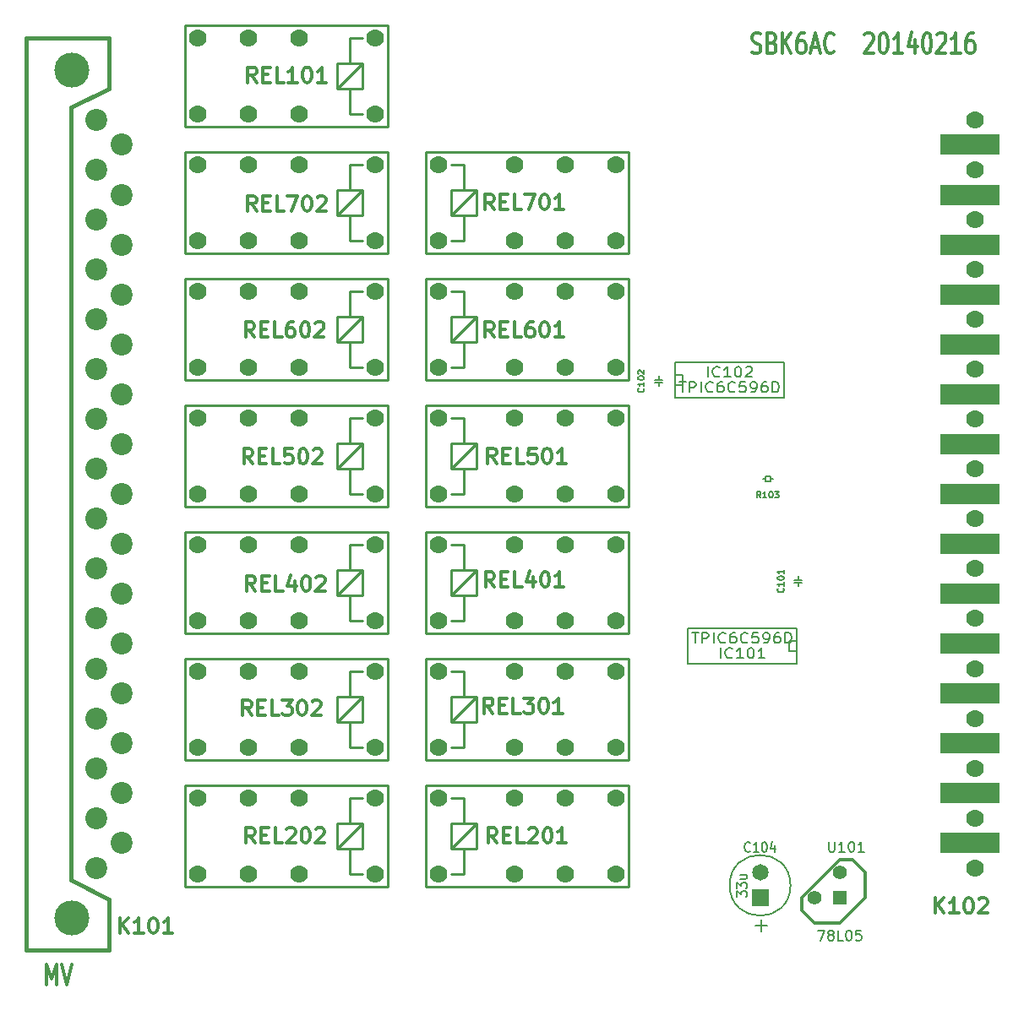
<source format=gto>
G04 #@! TF.GenerationSoftware,KiCad,Pcbnew,(6.0.7)*
G04 #@! TF.CreationDate,2024-05-12T15:56:34+02:00*
G04 #@! TF.ProjectId,sbk6ac,73626b36-6163-42e6-9b69-6361645f7063,0432 -*
G04 #@! TF.SameCoordinates,Original*
G04 #@! TF.FileFunction,Legend,Top*
G04 #@! TF.FilePolarity,Positive*
%FSLAX46Y46*%
G04 Gerber Fmt 4.6, Leading zero omitted, Abs format (unit mm)*
G04 Created by KiCad (PCBNEW (6.0.7)) date 2024-05-12 15:56:34*
%MOMM*%
%LPD*%
G01*
G04 APERTURE LIST*
%ADD10C,0.304800*%
%ADD11C,0.203200*%
%ADD12C,0.127000*%
%ADD13C,0.254000*%
%ADD14C,0.381000*%
%ADD15C,1.778000*%
%ADD16C,2.199640*%
%ADD17C,3.500120*%
%ADD18R,5.999480X1.998980*%
%ADD19R,1.397000X1.397000*%
%ADD20C,1.397000*%
%ADD21R,1.651000X1.651000*%
%ADD22C,1.651000*%
G04 APERTURE END LIST*
D10*
X139409714Y-57337476D02*
X139627428Y-57434238D01*
X139990285Y-57434238D01*
X140135428Y-57337476D01*
X140208000Y-57240714D01*
X140280571Y-57047190D01*
X140280571Y-56853666D01*
X140208000Y-56660142D01*
X140135428Y-56563380D01*
X139990285Y-56466619D01*
X139700000Y-56369857D01*
X139554857Y-56273095D01*
X139482285Y-56176333D01*
X139409714Y-55982809D01*
X139409714Y-55789285D01*
X139482285Y-55595761D01*
X139554857Y-55499000D01*
X139700000Y-55402238D01*
X140062857Y-55402238D01*
X140280571Y-55499000D01*
X141441714Y-56369857D02*
X141659428Y-56466619D01*
X141732000Y-56563380D01*
X141804571Y-56756904D01*
X141804571Y-57047190D01*
X141732000Y-57240714D01*
X141659428Y-57337476D01*
X141514285Y-57434238D01*
X140933714Y-57434238D01*
X140933714Y-55402238D01*
X141441714Y-55402238D01*
X141586857Y-55499000D01*
X141659428Y-55595761D01*
X141732000Y-55789285D01*
X141732000Y-55982809D01*
X141659428Y-56176333D01*
X141586857Y-56273095D01*
X141441714Y-56369857D01*
X140933714Y-56369857D01*
X142457714Y-57434238D02*
X142457714Y-55402238D01*
X143328571Y-57434238D02*
X142675428Y-56273095D01*
X143328571Y-55402238D02*
X142457714Y-56563380D01*
X144634857Y-55402238D02*
X144344571Y-55402238D01*
X144199428Y-55499000D01*
X144126857Y-55595761D01*
X143981714Y-55886047D01*
X143909142Y-56273095D01*
X143909142Y-57047190D01*
X143981714Y-57240714D01*
X144054285Y-57337476D01*
X144199428Y-57434238D01*
X144489714Y-57434238D01*
X144634857Y-57337476D01*
X144707428Y-57240714D01*
X144780000Y-57047190D01*
X144780000Y-56563380D01*
X144707428Y-56369857D01*
X144634857Y-56273095D01*
X144489714Y-56176333D01*
X144199428Y-56176333D01*
X144054285Y-56273095D01*
X143981714Y-56369857D01*
X143909142Y-56563380D01*
X145360571Y-56853666D02*
X146086285Y-56853666D01*
X145215428Y-57434238D02*
X145723428Y-55402238D01*
X146231428Y-57434238D01*
X147610285Y-57240714D02*
X147537714Y-57337476D01*
X147320000Y-57434238D01*
X147174857Y-57434238D01*
X146957142Y-57337476D01*
X146812000Y-57143952D01*
X146739428Y-56950428D01*
X146666857Y-56563380D01*
X146666857Y-56273095D01*
X146739428Y-55886047D01*
X146812000Y-55692523D01*
X146957142Y-55499000D01*
X147174857Y-55402238D01*
X147320000Y-55402238D01*
X147537714Y-55499000D01*
X147610285Y-55595761D01*
X68688857Y-150779238D02*
X68688857Y-148747238D01*
X69196857Y-150198666D01*
X69704857Y-148747238D01*
X69704857Y-150779238D01*
X70212857Y-148747238D02*
X70720857Y-150779238D01*
X71228857Y-148747238D01*
X150694571Y-55595761D02*
X150767142Y-55499000D01*
X150912285Y-55402238D01*
X151275142Y-55402238D01*
X151420285Y-55499000D01*
X151492857Y-55595761D01*
X151565428Y-55789285D01*
X151565428Y-55982809D01*
X151492857Y-56273095D01*
X150622000Y-57434238D01*
X151565428Y-57434238D01*
X152508857Y-55402238D02*
X152654000Y-55402238D01*
X152799142Y-55499000D01*
X152871714Y-55595761D01*
X152944285Y-55789285D01*
X153016857Y-56176333D01*
X153016857Y-56660142D01*
X152944285Y-57047190D01*
X152871714Y-57240714D01*
X152799142Y-57337476D01*
X152654000Y-57434238D01*
X152508857Y-57434238D01*
X152363714Y-57337476D01*
X152291142Y-57240714D01*
X152218571Y-57047190D01*
X152146000Y-56660142D01*
X152146000Y-56176333D01*
X152218571Y-55789285D01*
X152291142Y-55595761D01*
X152363714Y-55499000D01*
X152508857Y-55402238D01*
X154468285Y-57434238D02*
X153597428Y-57434238D01*
X154032857Y-57434238D02*
X154032857Y-55402238D01*
X153887714Y-55692523D01*
X153742571Y-55886047D01*
X153597428Y-55982809D01*
X155774571Y-56079571D02*
X155774571Y-57434238D01*
X155411714Y-55305476D02*
X155048857Y-56756904D01*
X155992285Y-56756904D01*
X156863142Y-55402238D02*
X157008285Y-55402238D01*
X157153428Y-55499000D01*
X157226000Y-55595761D01*
X157298571Y-55789285D01*
X157371142Y-56176333D01*
X157371142Y-56660142D01*
X157298571Y-57047190D01*
X157226000Y-57240714D01*
X157153428Y-57337476D01*
X157008285Y-57434238D01*
X156863142Y-57434238D01*
X156718000Y-57337476D01*
X156645428Y-57240714D01*
X156572857Y-57047190D01*
X156500285Y-56660142D01*
X156500285Y-56176333D01*
X156572857Y-55789285D01*
X156645428Y-55595761D01*
X156718000Y-55499000D01*
X156863142Y-55402238D01*
X157951714Y-55595761D02*
X158024285Y-55499000D01*
X158169428Y-55402238D01*
X158532285Y-55402238D01*
X158677428Y-55499000D01*
X158750000Y-55595761D01*
X158822571Y-55789285D01*
X158822571Y-55982809D01*
X158750000Y-56273095D01*
X157879142Y-57434238D01*
X158822571Y-57434238D01*
X160274000Y-57434238D02*
X159403142Y-57434238D01*
X159838571Y-57434238D02*
X159838571Y-55402238D01*
X159693428Y-55692523D01*
X159548285Y-55886047D01*
X159403142Y-55982809D01*
X161580285Y-55402238D02*
X161290000Y-55402238D01*
X161144857Y-55499000D01*
X161072285Y-55595761D01*
X160927142Y-55886047D01*
X160854571Y-56273095D01*
X160854571Y-57047190D01*
X160927142Y-57240714D01*
X160999714Y-57337476D01*
X161144857Y-57434238D01*
X161435142Y-57434238D01*
X161580285Y-57337476D01*
X161652857Y-57240714D01*
X161725428Y-57047190D01*
X161725428Y-56563380D01*
X161652857Y-56369857D01*
X161580285Y-56273095D01*
X161435142Y-56176333D01*
X161144857Y-56176333D01*
X160999714Y-56273095D01*
X160927142Y-56369857D01*
X160854571Y-56563380D01*
X113838285Y-136589428D02*
X113330285Y-135863714D01*
X112967428Y-136589428D02*
X112967428Y-135065428D01*
X113548000Y-135065428D01*
X113693142Y-135138000D01*
X113765714Y-135210571D01*
X113838285Y-135355714D01*
X113838285Y-135573428D01*
X113765714Y-135718571D01*
X113693142Y-135791142D01*
X113548000Y-135863714D01*
X112967428Y-135863714D01*
X114491428Y-135791142D02*
X114999428Y-135791142D01*
X115217142Y-136589428D02*
X114491428Y-136589428D01*
X114491428Y-135065428D01*
X115217142Y-135065428D01*
X116596000Y-136589428D02*
X115870285Y-136589428D01*
X115870285Y-135065428D01*
X117031428Y-135210571D02*
X117104000Y-135138000D01*
X117249142Y-135065428D01*
X117612000Y-135065428D01*
X117757142Y-135138000D01*
X117829714Y-135210571D01*
X117902285Y-135355714D01*
X117902285Y-135500857D01*
X117829714Y-135718571D01*
X116958857Y-136589428D01*
X117902285Y-136589428D01*
X118845714Y-135065428D02*
X118990857Y-135065428D01*
X119136000Y-135138000D01*
X119208571Y-135210571D01*
X119281142Y-135355714D01*
X119353714Y-135646000D01*
X119353714Y-136008857D01*
X119281142Y-136299142D01*
X119208571Y-136444285D01*
X119136000Y-136516857D01*
X118990857Y-136589428D01*
X118845714Y-136589428D01*
X118700571Y-136516857D01*
X118628000Y-136444285D01*
X118555428Y-136299142D01*
X118482857Y-136008857D01*
X118482857Y-135646000D01*
X118555428Y-135355714D01*
X118628000Y-135210571D01*
X118700571Y-135138000D01*
X118845714Y-135065428D01*
X120805142Y-136589428D02*
X119934285Y-136589428D01*
X120369714Y-136589428D02*
X120369714Y-135065428D01*
X120224571Y-135283142D01*
X120079428Y-135428285D01*
X119934285Y-135500857D01*
X89588285Y-136589428D02*
X89080285Y-135863714D01*
X88717428Y-136589428D02*
X88717428Y-135065428D01*
X89298000Y-135065428D01*
X89443142Y-135138000D01*
X89515714Y-135210571D01*
X89588285Y-135355714D01*
X89588285Y-135573428D01*
X89515714Y-135718571D01*
X89443142Y-135791142D01*
X89298000Y-135863714D01*
X88717428Y-135863714D01*
X90241428Y-135791142D02*
X90749428Y-135791142D01*
X90967142Y-136589428D02*
X90241428Y-136589428D01*
X90241428Y-135065428D01*
X90967142Y-135065428D01*
X92346000Y-136589428D02*
X91620285Y-136589428D01*
X91620285Y-135065428D01*
X92781428Y-135210571D02*
X92854000Y-135138000D01*
X92999142Y-135065428D01*
X93362000Y-135065428D01*
X93507142Y-135138000D01*
X93579714Y-135210571D01*
X93652285Y-135355714D01*
X93652285Y-135500857D01*
X93579714Y-135718571D01*
X92708857Y-136589428D01*
X93652285Y-136589428D01*
X94595714Y-135065428D02*
X94740857Y-135065428D01*
X94886000Y-135138000D01*
X94958571Y-135210571D01*
X95031142Y-135355714D01*
X95103714Y-135646000D01*
X95103714Y-136008857D01*
X95031142Y-136299142D01*
X94958571Y-136444285D01*
X94886000Y-136516857D01*
X94740857Y-136589428D01*
X94595714Y-136589428D01*
X94450571Y-136516857D01*
X94378000Y-136444285D01*
X94305428Y-136299142D01*
X94232857Y-136008857D01*
X94232857Y-135646000D01*
X94305428Y-135355714D01*
X94378000Y-135210571D01*
X94450571Y-135138000D01*
X94595714Y-135065428D01*
X95684285Y-135210571D02*
X95756857Y-135138000D01*
X95902000Y-135065428D01*
X96264857Y-135065428D01*
X96410000Y-135138000D01*
X96482571Y-135210571D01*
X96555142Y-135355714D01*
X96555142Y-135500857D01*
X96482571Y-135718571D01*
X95611714Y-136589428D01*
X96555142Y-136589428D01*
X76073714Y-145639428D02*
X76073714Y-144115428D01*
X76944571Y-145639428D02*
X76291428Y-144768571D01*
X76944571Y-144115428D02*
X76073714Y-144986285D01*
X78396000Y-145639428D02*
X77525142Y-145639428D01*
X77960571Y-145639428D02*
X77960571Y-144115428D01*
X77815428Y-144333142D01*
X77670285Y-144478285D01*
X77525142Y-144550857D01*
X79339428Y-144115428D02*
X79484571Y-144115428D01*
X79629714Y-144188000D01*
X79702285Y-144260571D01*
X79774857Y-144405714D01*
X79847428Y-144696000D01*
X79847428Y-145058857D01*
X79774857Y-145349142D01*
X79702285Y-145494285D01*
X79629714Y-145566857D01*
X79484571Y-145639428D01*
X79339428Y-145639428D01*
X79194285Y-145566857D01*
X79121714Y-145494285D01*
X79049142Y-145349142D01*
X78976571Y-145058857D01*
X78976571Y-144696000D01*
X79049142Y-144405714D01*
X79121714Y-144260571D01*
X79194285Y-144188000D01*
X79339428Y-144115428D01*
X81298857Y-145639428D02*
X80428000Y-145639428D01*
X80863428Y-145639428D02*
X80863428Y-144115428D01*
X80718285Y-144333142D01*
X80573142Y-144478285D01*
X80428000Y-144550857D01*
X157773714Y-143639428D02*
X157773714Y-142115428D01*
X158644571Y-143639428D02*
X157991428Y-142768571D01*
X158644571Y-142115428D02*
X157773714Y-142986285D01*
X160096000Y-143639428D02*
X159225142Y-143639428D01*
X159660571Y-143639428D02*
X159660571Y-142115428D01*
X159515428Y-142333142D01*
X159370285Y-142478285D01*
X159225142Y-142550857D01*
X161039428Y-142115428D02*
X161184571Y-142115428D01*
X161329714Y-142188000D01*
X161402285Y-142260571D01*
X161474857Y-142405714D01*
X161547428Y-142696000D01*
X161547428Y-143058857D01*
X161474857Y-143349142D01*
X161402285Y-143494285D01*
X161329714Y-143566857D01*
X161184571Y-143639428D01*
X161039428Y-143639428D01*
X160894285Y-143566857D01*
X160821714Y-143494285D01*
X160749142Y-143349142D01*
X160676571Y-143058857D01*
X160676571Y-142696000D01*
X160749142Y-142405714D01*
X160821714Y-142260571D01*
X160894285Y-142188000D01*
X161039428Y-142115428D01*
X162128000Y-142260571D02*
X162200571Y-142188000D01*
X162345714Y-142115428D01*
X162708571Y-142115428D01*
X162853714Y-142188000D01*
X162926285Y-142260571D01*
X162998857Y-142405714D01*
X162998857Y-142550857D01*
X162926285Y-142768571D01*
X162055428Y-143639428D01*
X162998857Y-143639428D01*
X113438285Y-123589428D02*
X112930285Y-122863714D01*
X112567428Y-123589428D02*
X112567428Y-122065428D01*
X113148000Y-122065428D01*
X113293142Y-122138000D01*
X113365714Y-122210571D01*
X113438285Y-122355714D01*
X113438285Y-122573428D01*
X113365714Y-122718571D01*
X113293142Y-122791142D01*
X113148000Y-122863714D01*
X112567428Y-122863714D01*
X114091428Y-122791142D02*
X114599428Y-122791142D01*
X114817142Y-123589428D02*
X114091428Y-123589428D01*
X114091428Y-122065428D01*
X114817142Y-122065428D01*
X116196000Y-123589428D02*
X115470285Y-123589428D01*
X115470285Y-122065428D01*
X116558857Y-122065428D02*
X117502285Y-122065428D01*
X116994285Y-122646000D01*
X117212000Y-122646000D01*
X117357142Y-122718571D01*
X117429714Y-122791142D01*
X117502285Y-122936285D01*
X117502285Y-123299142D01*
X117429714Y-123444285D01*
X117357142Y-123516857D01*
X117212000Y-123589428D01*
X116776571Y-123589428D01*
X116631428Y-123516857D01*
X116558857Y-123444285D01*
X118445714Y-122065428D02*
X118590857Y-122065428D01*
X118736000Y-122138000D01*
X118808571Y-122210571D01*
X118881142Y-122355714D01*
X118953714Y-122646000D01*
X118953714Y-123008857D01*
X118881142Y-123299142D01*
X118808571Y-123444285D01*
X118736000Y-123516857D01*
X118590857Y-123589428D01*
X118445714Y-123589428D01*
X118300571Y-123516857D01*
X118228000Y-123444285D01*
X118155428Y-123299142D01*
X118082857Y-123008857D01*
X118082857Y-122646000D01*
X118155428Y-122355714D01*
X118228000Y-122210571D01*
X118300571Y-122138000D01*
X118445714Y-122065428D01*
X120405142Y-123589428D02*
X119534285Y-123589428D01*
X119969714Y-123589428D02*
X119969714Y-122065428D01*
X119824571Y-122283142D01*
X119679428Y-122428285D01*
X119534285Y-122500857D01*
X89238285Y-123789428D02*
X88730285Y-123063714D01*
X88367428Y-123789428D02*
X88367428Y-122265428D01*
X88948000Y-122265428D01*
X89093142Y-122338000D01*
X89165714Y-122410571D01*
X89238285Y-122555714D01*
X89238285Y-122773428D01*
X89165714Y-122918571D01*
X89093142Y-122991142D01*
X88948000Y-123063714D01*
X88367428Y-123063714D01*
X89891428Y-122991142D02*
X90399428Y-122991142D01*
X90617142Y-123789428D02*
X89891428Y-123789428D01*
X89891428Y-122265428D01*
X90617142Y-122265428D01*
X91996000Y-123789428D02*
X91270285Y-123789428D01*
X91270285Y-122265428D01*
X92358857Y-122265428D02*
X93302285Y-122265428D01*
X92794285Y-122846000D01*
X93012000Y-122846000D01*
X93157142Y-122918571D01*
X93229714Y-122991142D01*
X93302285Y-123136285D01*
X93302285Y-123499142D01*
X93229714Y-123644285D01*
X93157142Y-123716857D01*
X93012000Y-123789428D01*
X92576571Y-123789428D01*
X92431428Y-123716857D01*
X92358857Y-123644285D01*
X94245714Y-122265428D02*
X94390857Y-122265428D01*
X94536000Y-122338000D01*
X94608571Y-122410571D01*
X94681142Y-122555714D01*
X94753714Y-122846000D01*
X94753714Y-123208857D01*
X94681142Y-123499142D01*
X94608571Y-123644285D01*
X94536000Y-123716857D01*
X94390857Y-123789428D01*
X94245714Y-123789428D01*
X94100571Y-123716857D01*
X94028000Y-123644285D01*
X93955428Y-123499142D01*
X93882857Y-123208857D01*
X93882857Y-122846000D01*
X93955428Y-122555714D01*
X94028000Y-122410571D01*
X94100571Y-122338000D01*
X94245714Y-122265428D01*
X95334285Y-122410571D02*
X95406857Y-122338000D01*
X95552000Y-122265428D01*
X95914857Y-122265428D01*
X96060000Y-122338000D01*
X96132571Y-122410571D01*
X96205142Y-122555714D01*
X96205142Y-122700857D01*
X96132571Y-122918571D01*
X95261714Y-123789428D01*
X96205142Y-123789428D01*
X113588285Y-110939428D02*
X113080285Y-110213714D01*
X112717428Y-110939428D02*
X112717428Y-109415428D01*
X113298000Y-109415428D01*
X113443142Y-109488000D01*
X113515714Y-109560571D01*
X113588285Y-109705714D01*
X113588285Y-109923428D01*
X113515714Y-110068571D01*
X113443142Y-110141142D01*
X113298000Y-110213714D01*
X112717428Y-110213714D01*
X114241428Y-110141142D02*
X114749428Y-110141142D01*
X114967142Y-110939428D02*
X114241428Y-110939428D01*
X114241428Y-109415428D01*
X114967142Y-109415428D01*
X116346000Y-110939428D02*
X115620285Y-110939428D01*
X115620285Y-109415428D01*
X117507142Y-109923428D02*
X117507142Y-110939428D01*
X117144285Y-109342857D02*
X116781428Y-110431428D01*
X117724857Y-110431428D01*
X118595714Y-109415428D02*
X118740857Y-109415428D01*
X118886000Y-109488000D01*
X118958571Y-109560571D01*
X119031142Y-109705714D01*
X119103714Y-109996000D01*
X119103714Y-110358857D01*
X119031142Y-110649142D01*
X118958571Y-110794285D01*
X118886000Y-110866857D01*
X118740857Y-110939428D01*
X118595714Y-110939428D01*
X118450571Y-110866857D01*
X118378000Y-110794285D01*
X118305428Y-110649142D01*
X118232857Y-110358857D01*
X118232857Y-109996000D01*
X118305428Y-109705714D01*
X118378000Y-109560571D01*
X118450571Y-109488000D01*
X118595714Y-109415428D01*
X120555142Y-110939428D02*
X119684285Y-110939428D01*
X120119714Y-110939428D02*
X120119714Y-109415428D01*
X119974571Y-109633142D01*
X119829428Y-109778285D01*
X119684285Y-109850857D01*
X89638285Y-111339428D02*
X89130285Y-110613714D01*
X88767428Y-111339428D02*
X88767428Y-109815428D01*
X89348000Y-109815428D01*
X89493142Y-109888000D01*
X89565714Y-109960571D01*
X89638285Y-110105714D01*
X89638285Y-110323428D01*
X89565714Y-110468571D01*
X89493142Y-110541142D01*
X89348000Y-110613714D01*
X88767428Y-110613714D01*
X90291428Y-110541142D02*
X90799428Y-110541142D01*
X91017142Y-111339428D02*
X90291428Y-111339428D01*
X90291428Y-109815428D01*
X91017142Y-109815428D01*
X92396000Y-111339428D02*
X91670285Y-111339428D01*
X91670285Y-109815428D01*
X93557142Y-110323428D02*
X93557142Y-111339428D01*
X93194285Y-109742857D02*
X92831428Y-110831428D01*
X93774857Y-110831428D01*
X94645714Y-109815428D02*
X94790857Y-109815428D01*
X94936000Y-109888000D01*
X95008571Y-109960571D01*
X95081142Y-110105714D01*
X95153714Y-110396000D01*
X95153714Y-110758857D01*
X95081142Y-111049142D01*
X95008571Y-111194285D01*
X94936000Y-111266857D01*
X94790857Y-111339428D01*
X94645714Y-111339428D01*
X94500571Y-111266857D01*
X94428000Y-111194285D01*
X94355428Y-111049142D01*
X94282857Y-110758857D01*
X94282857Y-110396000D01*
X94355428Y-110105714D01*
X94428000Y-109960571D01*
X94500571Y-109888000D01*
X94645714Y-109815428D01*
X95734285Y-109960571D02*
X95806857Y-109888000D01*
X95952000Y-109815428D01*
X96314857Y-109815428D01*
X96460000Y-109888000D01*
X96532571Y-109960571D01*
X96605142Y-110105714D01*
X96605142Y-110250857D01*
X96532571Y-110468571D01*
X95661714Y-111339428D01*
X96605142Y-111339428D01*
X113788285Y-98539428D02*
X113280285Y-97813714D01*
X112917428Y-98539428D02*
X112917428Y-97015428D01*
X113498000Y-97015428D01*
X113643142Y-97088000D01*
X113715714Y-97160571D01*
X113788285Y-97305714D01*
X113788285Y-97523428D01*
X113715714Y-97668571D01*
X113643142Y-97741142D01*
X113498000Y-97813714D01*
X112917428Y-97813714D01*
X114441428Y-97741142D02*
X114949428Y-97741142D01*
X115167142Y-98539428D02*
X114441428Y-98539428D01*
X114441428Y-97015428D01*
X115167142Y-97015428D01*
X116546000Y-98539428D02*
X115820285Y-98539428D01*
X115820285Y-97015428D01*
X117779714Y-97015428D02*
X117054000Y-97015428D01*
X116981428Y-97741142D01*
X117054000Y-97668571D01*
X117199142Y-97596000D01*
X117562000Y-97596000D01*
X117707142Y-97668571D01*
X117779714Y-97741142D01*
X117852285Y-97886285D01*
X117852285Y-98249142D01*
X117779714Y-98394285D01*
X117707142Y-98466857D01*
X117562000Y-98539428D01*
X117199142Y-98539428D01*
X117054000Y-98466857D01*
X116981428Y-98394285D01*
X118795714Y-97015428D02*
X118940857Y-97015428D01*
X119086000Y-97088000D01*
X119158571Y-97160571D01*
X119231142Y-97305714D01*
X119303714Y-97596000D01*
X119303714Y-97958857D01*
X119231142Y-98249142D01*
X119158571Y-98394285D01*
X119086000Y-98466857D01*
X118940857Y-98539428D01*
X118795714Y-98539428D01*
X118650571Y-98466857D01*
X118578000Y-98394285D01*
X118505428Y-98249142D01*
X118432857Y-97958857D01*
X118432857Y-97596000D01*
X118505428Y-97305714D01*
X118578000Y-97160571D01*
X118650571Y-97088000D01*
X118795714Y-97015428D01*
X120755142Y-98539428D02*
X119884285Y-98539428D01*
X120319714Y-98539428D02*
X120319714Y-97015428D01*
X120174571Y-97233142D01*
X120029428Y-97378285D01*
X119884285Y-97450857D01*
X89338285Y-98589428D02*
X88830285Y-97863714D01*
X88467428Y-98589428D02*
X88467428Y-97065428D01*
X89048000Y-97065428D01*
X89193142Y-97138000D01*
X89265714Y-97210571D01*
X89338285Y-97355714D01*
X89338285Y-97573428D01*
X89265714Y-97718571D01*
X89193142Y-97791142D01*
X89048000Y-97863714D01*
X88467428Y-97863714D01*
X89991428Y-97791142D02*
X90499428Y-97791142D01*
X90717142Y-98589428D02*
X89991428Y-98589428D01*
X89991428Y-97065428D01*
X90717142Y-97065428D01*
X92096000Y-98589428D02*
X91370285Y-98589428D01*
X91370285Y-97065428D01*
X93329714Y-97065428D02*
X92604000Y-97065428D01*
X92531428Y-97791142D01*
X92604000Y-97718571D01*
X92749142Y-97646000D01*
X93112000Y-97646000D01*
X93257142Y-97718571D01*
X93329714Y-97791142D01*
X93402285Y-97936285D01*
X93402285Y-98299142D01*
X93329714Y-98444285D01*
X93257142Y-98516857D01*
X93112000Y-98589428D01*
X92749142Y-98589428D01*
X92604000Y-98516857D01*
X92531428Y-98444285D01*
X94345714Y-97065428D02*
X94490857Y-97065428D01*
X94636000Y-97138000D01*
X94708571Y-97210571D01*
X94781142Y-97355714D01*
X94853714Y-97646000D01*
X94853714Y-98008857D01*
X94781142Y-98299142D01*
X94708571Y-98444285D01*
X94636000Y-98516857D01*
X94490857Y-98589428D01*
X94345714Y-98589428D01*
X94200571Y-98516857D01*
X94128000Y-98444285D01*
X94055428Y-98299142D01*
X93982857Y-98008857D01*
X93982857Y-97646000D01*
X94055428Y-97355714D01*
X94128000Y-97210571D01*
X94200571Y-97138000D01*
X94345714Y-97065428D01*
X95434285Y-97210571D02*
X95506857Y-97138000D01*
X95652000Y-97065428D01*
X96014857Y-97065428D01*
X96160000Y-97138000D01*
X96232571Y-97210571D01*
X96305142Y-97355714D01*
X96305142Y-97500857D01*
X96232571Y-97718571D01*
X95361714Y-98589428D01*
X96305142Y-98589428D01*
X113538285Y-85889428D02*
X113030285Y-85163714D01*
X112667428Y-85889428D02*
X112667428Y-84365428D01*
X113248000Y-84365428D01*
X113393142Y-84438000D01*
X113465714Y-84510571D01*
X113538285Y-84655714D01*
X113538285Y-84873428D01*
X113465714Y-85018571D01*
X113393142Y-85091142D01*
X113248000Y-85163714D01*
X112667428Y-85163714D01*
X114191428Y-85091142D02*
X114699428Y-85091142D01*
X114917142Y-85889428D02*
X114191428Y-85889428D01*
X114191428Y-84365428D01*
X114917142Y-84365428D01*
X116296000Y-85889428D02*
X115570285Y-85889428D01*
X115570285Y-84365428D01*
X117457142Y-84365428D02*
X117166857Y-84365428D01*
X117021714Y-84438000D01*
X116949142Y-84510571D01*
X116804000Y-84728285D01*
X116731428Y-85018571D01*
X116731428Y-85599142D01*
X116804000Y-85744285D01*
X116876571Y-85816857D01*
X117021714Y-85889428D01*
X117312000Y-85889428D01*
X117457142Y-85816857D01*
X117529714Y-85744285D01*
X117602285Y-85599142D01*
X117602285Y-85236285D01*
X117529714Y-85091142D01*
X117457142Y-85018571D01*
X117312000Y-84946000D01*
X117021714Y-84946000D01*
X116876571Y-85018571D01*
X116804000Y-85091142D01*
X116731428Y-85236285D01*
X118545714Y-84365428D02*
X118690857Y-84365428D01*
X118836000Y-84438000D01*
X118908571Y-84510571D01*
X118981142Y-84655714D01*
X119053714Y-84946000D01*
X119053714Y-85308857D01*
X118981142Y-85599142D01*
X118908571Y-85744285D01*
X118836000Y-85816857D01*
X118690857Y-85889428D01*
X118545714Y-85889428D01*
X118400571Y-85816857D01*
X118328000Y-85744285D01*
X118255428Y-85599142D01*
X118182857Y-85308857D01*
X118182857Y-84946000D01*
X118255428Y-84655714D01*
X118328000Y-84510571D01*
X118400571Y-84438000D01*
X118545714Y-84365428D01*
X120505142Y-85889428D02*
X119634285Y-85889428D01*
X120069714Y-85889428D02*
X120069714Y-84365428D01*
X119924571Y-84583142D01*
X119779428Y-84728285D01*
X119634285Y-84800857D01*
X89738285Y-73239428D02*
X89230285Y-72513714D01*
X88867428Y-73239428D02*
X88867428Y-71715428D01*
X89448000Y-71715428D01*
X89593142Y-71788000D01*
X89665714Y-71860571D01*
X89738285Y-72005714D01*
X89738285Y-72223428D01*
X89665714Y-72368571D01*
X89593142Y-72441142D01*
X89448000Y-72513714D01*
X88867428Y-72513714D01*
X90391428Y-72441142D02*
X90899428Y-72441142D01*
X91117142Y-73239428D02*
X90391428Y-73239428D01*
X90391428Y-71715428D01*
X91117142Y-71715428D01*
X92496000Y-73239428D02*
X91770285Y-73239428D01*
X91770285Y-71715428D01*
X92858857Y-71715428D02*
X93874857Y-71715428D01*
X93221714Y-73239428D01*
X94745714Y-71715428D02*
X94890857Y-71715428D01*
X95036000Y-71788000D01*
X95108571Y-71860571D01*
X95181142Y-72005714D01*
X95253714Y-72296000D01*
X95253714Y-72658857D01*
X95181142Y-72949142D01*
X95108571Y-73094285D01*
X95036000Y-73166857D01*
X94890857Y-73239428D01*
X94745714Y-73239428D01*
X94600571Y-73166857D01*
X94528000Y-73094285D01*
X94455428Y-72949142D01*
X94382857Y-72658857D01*
X94382857Y-72296000D01*
X94455428Y-72005714D01*
X94528000Y-71860571D01*
X94600571Y-71788000D01*
X94745714Y-71715428D01*
X95834285Y-71860571D02*
X95906857Y-71788000D01*
X96052000Y-71715428D01*
X96414857Y-71715428D01*
X96560000Y-71788000D01*
X96632571Y-71860571D01*
X96705142Y-72005714D01*
X96705142Y-72150857D01*
X96632571Y-72368571D01*
X95761714Y-73239428D01*
X96705142Y-73239428D01*
X113538285Y-73089428D02*
X113030285Y-72363714D01*
X112667428Y-73089428D02*
X112667428Y-71565428D01*
X113248000Y-71565428D01*
X113393142Y-71638000D01*
X113465714Y-71710571D01*
X113538285Y-71855714D01*
X113538285Y-72073428D01*
X113465714Y-72218571D01*
X113393142Y-72291142D01*
X113248000Y-72363714D01*
X112667428Y-72363714D01*
X114191428Y-72291142D02*
X114699428Y-72291142D01*
X114917142Y-73089428D02*
X114191428Y-73089428D01*
X114191428Y-71565428D01*
X114917142Y-71565428D01*
X116296000Y-73089428D02*
X115570285Y-73089428D01*
X115570285Y-71565428D01*
X116658857Y-71565428D02*
X117674857Y-71565428D01*
X117021714Y-73089428D01*
X118545714Y-71565428D02*
X118690857Y-71565428D01*
X118836000Y-71638000D01*
X118908571Y-71710571D01*
X118981142Y-71855714D01*
X119053714Y-72146000D01*
X119053714Y-72508857D01*
X118981142Y-72799142D01*
X118908571Y-72944285D01*
X118836000Y-73016857D01*
X118690857Y-73089428D01*
X118545714Y-73089428D01*
X118400571Y-73016857D01*
X118328000Y-72944285D01*
X118255428Y-72799142D01*
X118182857Y-72508857D01*
X118182857Y-72146000D01*
X118255428Y-71855714D01*
X118328000Y-71710571D01*
X118400571Y-71638000D01*
X118545714Y-71565428D01*
X120505142Y-73089428D02*
X119634285Y-73089428D01*
X120069714Y-73089428D02*
X120069714Y-71565428D01*
X119924571Y-71783142D01*
X119779428Y-71928285D01*
X119634285Y-72000857D01*
X89538285Y-85889428D02*
X89030285Y-85163714D01*
X88667428Y-85889428D02*
X88667428Y-84365428D01*
X89248000Y-84365428D01*
X89393142Y-84438000D01*
X89465714Y-84510571D01*
X89538285Y-84655714D01*
X89538285Y-84873428D01*
X89465714Y-85018571D01*
X89393142Y-85091142D01*
X89248000Y-85163714D01*
X88667428Y-85163714D01*
X90191428Y-85091142D02*
X90699428Y-85091142D01*
X90917142Y-85889428D02*
X90191428Y-85889428D01*
X90191428Y-84365428D01*
X90917142Y-84365428D01*
X92296000Y-85889428D02*
X91570285Y-85889428D01*
X91570285Y-84365428D01*
X93457142Y-84365428D02*
X93166857Y-84365428D01*
X93021714Y-84438000D01*
X92949142Y-84510571D01*
X92804000Y-84728285D01*
X92731428Y-85018571D01*
X92731428Y-85599142D01*
X92804000Y-85744285D01*
X92876571Y-85816857D01*
X93021714Y-85889428D01*
X93312000Y-85889428D01*
X93457142Y-85816857D01*
X93529714Y-85744285D01*
X93602285Y-85599142D01*
X93602285Y-85236285D01*
X93529714Y-85091142D01*
X93457142Y-85018571D01*
X93312000Y-84946000D01*
X93021714Y-84946000D01*
X92876571Y-85018571D01*
X92804000Y-85091142D01*
X92731428Y-85236285D01*
X94545714Y-84365428D02*
X94690857Y-84365428D01*
X94836000Y-84438000D01*
X94908571Y-84510571D01*
X94981142Y-84655714D01*
X95053714Y-84946000D01*
X95053714Y-85308857D01*
X94981142Y-85599142D01*
X94908571Y-85744285D01*
X94836000Y-85816857D01*
X94690857Y-85889428D01*
X94545714Y-85889428D01*
X94400571Y-85816857D01*
X94328000Y-85744285D01*
X94255428Y-85599142D01*
X94182857Y-85308857D01*
X94182857Y-84946000D01*
X94255428Y-84655714D01*
X94328000Y-84510571D01*
X94400571Y-84438000D01*
X94545714Y-84365428D01*
X95634285Y-84510571D02*
X95706857Y-84438000D01*
X95852000Y-84365428D01*
X96214857Y-84365428D01*
X96360000Y-84438000D01*
X96432571Y-84510571D01*
X96505142Y-84655714D01*
X96505142Y-84800857D01*
X96432571Y-85018571D01*
X95561714Y-85889428D01*
X96505142Y-85889428D01*
X89738285Y-60339428D02*
X89230285Y-59613714D01*
X88867428Y-60339428D02*
X88867428Y-58815428D01*
X89448000Y-58815428D01*
X89593142Y-58888000D01*
X89665714Y-58960571D01*
X89738285Y-59105714D01*
X89738285Y-59323428D01*
X89665714Y-59468571D01*
X89593142Y-59541142D01*
X89448000Y-59613714D01*
X88867428Y-59613714D01*
X90391428Y-59541142D02*
X90899428Y-59541142D01*
X91117142Y-60339428D02*
X90391428Y-60339428D01*
X90391428Y-58815428D01*
X91117142Y-58815428D01*
X92496000Y-60339428D02*
X91770285Y-60339428D01*
X91770285Y-58815428D01*
X93802285Y-60339428D02*
X92931428Y-60339428D01*
X93366857Y-60339428D02*
X93366857Y-58815428D01*
X93221714Y-59033142D01*
X93076571Y-59178285D01*
X92931428Y-59250857D01*
X94745714Y-58815428D02*
X94890857Y-58815428D01*
X95036000Y-58888000D01*
X95108571Y-58960571D01*
X95181142Y-59105714D01*
X95253714Y-59396000D01*
X95253714Y-59758857D01*
X95181142Y-60049142D01*
X95108571Y-60194285D01*
X95036000Y-60266857D01*
X94890857Y-60339428D01*
X94745714Y-60339428D01*
X94600571Y-60266857D01*
X94528000Y-60194285D01*
X94455428Y-60049142D01*
X94382857Y-59758857D01*
X94382857Y-59396000D01*
X94455428Y-59105714D01*
X94528000Y-58960571D01*
X94600571Y-58888000D01*
X94745714Y-58815428D01*
X96705142Y-60339428D02*
X95834285Y-60339428D01*
X96269714Y-60339428D02*
X96269714Y-58815428D01*
X96124571Y-59033142D01*
X95979428Y-59178285D01*
X95834285Y-59250857D01*
D11*
X147102285Y-136476619D02*
X147102285Y-137299095D01*
X147150666Y-137395857D01*
X147199047Y-137444238D01*
X147295809Y-137492619D01*
X147489333Y-137492619D01*
X147586095Y-137444238D01*
X147634476Y-137395857D01*
X147682857Y-137299095D01*
X147682857Y-136476619D01*
X148698857Y-137492619D02*
X148118285Y-137492619D01*
X148408571Y-137492619D02*
X148408571Y-136476619D01*
X148311809Y-136621761D01*
X148215047Y-136718523D01*
X148118285Y-136766904D01*
X149327809Y-136476619D02*
X149424571Y-136476619D01*
X149521333Y-136525000D01*
X149569714Y-136573380D01*
X149618095Y-136670142D01*
X149666476Y-136863666D01*
X149666476Y-137105571D01*
X149618095Y-137299095D01*
X149569714Y-137395857D01*
X149521333Y-137444238D01*
X149424571Y-137492619D01*
X149327809Y-137492619D01*
X149231047Y-137444238D01*
X149182666Y-137395857D01*
X149134285Y-137299095D01*
X149085904Y-137105571D01*
X149085904Y-136863666D01*
X149134285Y-136670142D01*
X149182666Y-136573380D01*
X149231047Y-136525000D01*
X149327809Y-136476619D01*
X150634095Y-137492619D02*
X150053523Y-137492619D01*
X150343809Y-137492619D02*
X150343809Y-136476619D01*
X150247047Y-136621761D01*
X150150285Y-136718523D01*
X150053523Y-136766904D01*
X146007666Y-145366619D02*
X146685000Y-145366619D01*
X146249571Y-146382619D01*
X147217190Y-145802047D02*
X147120428Y-145753666D01*
X147072047Y-145705285D01*
X147023666Y-145608523D01*
X147023666Y-145560142D01*
X147072047Y-145463380D01*
X147120428Y-145415000D01*
X147217190Y-145366619D01*
X147410714Y-145366619D01*
X147507476Y-145415000D01*
X147555857Y-145463380D01*
X147604238Y-145560142D01*
X147604238Y-145608523D01*
X147555857Y-145705285D01*
X147507476Y-145753666D01*
X147410714Y-145802047D01*
X147217190Y-145802047D01*
X147120428Y-145850428D01*
X147072047Y-145898809D01*
X147023666Y-145995571D01*
X147023666Y-146189095D01*
X147072047Y-146285857D01*
X147120428Y-146334238D01*
X147217190Y-146382619D01*
X147410714Y-146382619D01*
X147507476Y-146334238D01*
X147555857Y-146285857D01*
X147604238Y-146189095D01*
X147604238Y-145995571D01*
X147555857Y-145898809D01*
X147507476Y-145850428D01*
X147410714Y-145802047D01*
X148523476Y-146382619D02*
X148039666Y-146382619D01*
X148039666Y-145366619D01*
X149055666Y-145366619D02*
X149152428Y-145366619D01*
X149249190Y-145415000D01*
X149297571Y-145463380D01*
X149345952Y-145560142D01*
X149394333Y-145753666D01*
X149394333Y-145995571D01*
X149345952Y-146189095D01*
X149297571Y-146285857D01*
X149249190Y-146334238D01*
X149152428Y-146382619D01*
X149055666Y-146382619D01*
X148958904Y-146334238D01*
X148910523Y-146285857D01*
X148862142Y-146189095D01*
X148813761Y-145995571D01*
X148813761Y-145753666D01*
X148862142Y-145560142D01*
X148910523Y-145463380D01*
X148958904Y-145415000D01*
X149055666Y-145366619D01*
X150313571Y-145366619D02*
X149829761Y-145366619D01*
X149781380Y-145850428D01*
X149829761Y-145802047D01*
X149926523Y-145753666D01*
X150168428Y-145753666D01*
X150265190Y-145802047D01*
X150313571Y-145850428D01*
X150361952Y-145947190D01*
X150361952Y-146189095D01*
X150313571Y-146285857D01*
X150265190Y-146334238D01*
X150168428Y-146382619D01*
X149926523Y-146382619D01*
X149829761Y-146334238D01*
X149781380Y-146285857D01*
X139205166Y-137412857D02*
X139162833Y-137461238D01*
X139035833Y-137509619D01*
X138951166Y-137509619D01*
X138824166Y-137461238D01*
X138739500Y-137364476D01*
X138697166Y-137267714D01*
X138654833Y-137074190D01*
X138654833Y-136929047D01*
X138697166Y-136735523D01*
X138739500Y-136638761D01*
X138824166Y-136542000D01*
X138951166Y-136493619D01*
X139035833Y-136493619D01*
X139162833Y-136542000D01*
X139205166Y-136590380D01*
X140051833Y-137509619D02*
X139543833Y-137509619D01*
X139797833Y-137509619D02*
X139797833Y-136493619D01*
X139713166Y-136638761D01*
X139628500Y-136735523D01*
X139543833Y-136783904D01*
X140602166Y-136493619D02*
X140686833Y-136493619D01*
X140771500Y-136542000D01*
X140813833Y-136590380D01*
X140856166Y-136687142D01*
X140898500Y-136880666D01*
X140898500Y-137122571D01*
X140856166Y-137316095D01*
X140813833Y-137412857D01*
X140771500Y-137461238D01*
X140686833Y-137509619D01*
X140602166Y-137509619D01*
X140517500Y-137461238D01*
X140475166Y-137412857D01*
X140432833Y-137316095D01*
X140390500Y-137122571D01*
X140390500Y-136880666D01*
X140432833Y-136687142D01*
X140475166Y-136590380D01*
X140517500Y-136542000D01*
X140602166Y-136493619D01*
X141660500Y-136832285D02*
X141660500Y-137509619D01*
X141448833Y-136445238D02*
X141237166Y-137170952D01*
X141787500Y-137170952D01*
X137876159Y-141964833D02*
X137876159Y-141414500D01*
X138263206Y-141710833D01*
X138263206Y-141583833D01*
X138311587Y-141499166D01*
X138359968Y-141456833D01*
X138456730Y-141414500D01*
X138698635Y-141414500D01*
X138795397Y-141456833D01*
X138843778Y-141499166D01*
X138892159Y-141583833D01*
X138892159Y-141837833D01*
X138843778Y-141922500D01*
X138795397Y-141964833D01*
X137876159Y-141118166D02*
X137876159Y-140567833D01*
X138263206Y-140864166D01*
X138263206Y-140737166D01*
X138311587Y-140652500D01*
X138359968Y-140610166D01*
X138456730Y-140567833D01*
X138698635Y-140567833D01*
X138795397Y-140610166D01*
X138843778Y-140652500D01*
X138892159Y-140737166D01*
X138892159Y-140991166D01*
X138843778Y-141075833D01*
X138795397Y-141118166D01*
X138214825Y-139805833D02*
X138892159Y-139805833D01*
X138214825Y-140186833D02*
X138747016Y-140186833D01*
X138843778Y-140144500D01*
X138892159Y-140059833D01*
X138892159Y-139932833D01*
X138843778Y-139848166D01*
X138795397Y-139805833D01*
X140308857Y-145430571D02*
X140308857Y-144269428D01*
X140889428Y-144850000D02*
X139728285Y-144850000D01*
D12*
X128526785Y-91010595D02*
X128557023Y-91040833D01*
X128587261Y-91131547D01*
X128587261Y-91192023D01*
X128557023Y-91282738D01*
X128496547Y-91343214D01*
X128436071Y-91373452D01*
X128315119Y-91403690D01*
X128224404Y-91403690D01*
X128103452Y-91373452D01*
X128042976Y-91343214D01*
X127982500Y-91282738D01*
X127952261Y-91192023D01*
X127952261Y-91131547D01*
X127982500Y-91040833D01*
X128012738Y-91010595D01*
X128587261Y-90405833D02*
X128587261Y-90768690D01*
X128587261Y-90587261D02*
X127952261Y-90587261D01*
X128042976Y-90647738D01*
X128103452Y-90708214D01*
X128133690Y-90768690D01*
X127952261Y-90012738D02*
X127952261Y-89952261D01*
X127982500Y-89891785D01*
X128012738Y-89861547D01*
X128073214Y-89831309D01*
X128194166Y-89801071D01*
X128345357Y-89801071D01*
X128466309Y-89831309D01*
X128526785Y-89861547D01*
X128557023Y-89891785D01*
X128587261Y-89952261D01*
X128587261Y-90012738D01*
X128557023Y-90073214D01*
X128526785Y-90103452D01*
X128466309Y-90133690D01*
X128345357Y-90163928D01*
X128194166Y-90163928D01*
X128073214Y-90133690D01*
X128012738Y-90103452D01*
X127982500Y-90073214D01*
X127952261Y-90012738D01*
X128012738Y-89559166D02*
X127982500Y-89528928D01*
X127952261Y-89468452D01*
X127952261Y-89317261D01*
X127982500Y-89256785D01*
X128012738Y-89226547D01*
X128073214Y-89196309D01*
X128133690Y-89196309D01*
X128224404Y-89226547D01*
X128587261Y-89589404D01*
X128587261Y-89196309D01*
X142526785Y-111060595D02*
X142557023Y-111090833D01*
X142587261Y-111181547D01*
X142587261Y-111242023D01*
X142557023Y-111332738D01*
X142496547Y-111393214D01*
X142436071Y-111423452D01*
X142315119Y-111453690D01*
X142224404Y-111453690D01*
X142103452Y-111423452D01*
X142042976Y-111393214D01*
X141982500Y-111332738D01*
X141952261Y-111242023D01*
X141952261Y-111181547D01*
X141982500Y-111090833D01*
X142012738Y-111060595D01*
X142587261Y-110455833D02*
X142587261Y-110818690D01*
X142587261Y-110637261D02*
X141952261Y-110637261D01*
X142042976Y-110697738D01*
X142103452Y-110758214D01*
X142133690Y-110818690D01*
X141952261Y-110062738D02*
X141952261Y-110002261D01*
X141982500Y-109941785D01*
X142012738Y-109911547D01*
X142073214Y-109881309D01*
X142194166Y-109851071D01*
X142345357Y-109851071D01*
X142466309Y-109881309D01*
X142526785Y-109911547D01*
X142557023Y-109941785D01*
X142587261Y-110002261D01*
X142587261Y-110062738D01*
X142557023Y-110123214D01*
X142526785Y-110153452D01*
X142466309Y-110183690D01*
X142345357Y-110213928D01*
X142194166Y-110213928D01*
X142073214Y-110183690D01*
X142012738Y-110153452D01*
X141982500Y-110123214D01*
X141952261Y-110062738D01*
X142587261Y-109246309D02*
X142587261Y-109609166D01*
X142587261Y-109427738D02*
X141952261Y-109427738D01*
X142042976Y-109488214D01*
X142103452Y-109548690D01*
X142133690Y-109609166D01*
X140259404Y-101987261D02*
X140047738Y-101684880D01*
X139896547Y-101987261D02*
X139896547Y-101352261D01*
X140138452Y-101352261D01*
X140198928Y-101382500D01*
X140229166Y-101412738D01*
X140259404Y-101473214D01*
X140259404Y-101563928D01*
X140229166Y-101624404D01*
X140198928Y-101654642D01*
X140138452Y-101684880D01*
X139896547Y-101684880D01*
X140864166Y-101987261D02*
X140501309Y-101987261D01*
X140682738Y-101987261D02*
X140682738Y-101352261D01*
X140622261Y-101442976D01*
X140561785Y-101503452D01*
X140501309Y-101533690D01*
X141257261Y-101352261D02*
X141317738Y-101352261D01*
X141378214Y-101382500D01*
X141408452Y-101412738D01*
X141438690Y-101473214D01*
X141468928Y-101594166D01*
X141468928Y-101745357D01*
X141438690Y-101866309D01*
X141408452Y-101926785D01*
X141378214Y-101957023D01*
X141317738Y-101987261D01*
X141257261Y-101987261D01*
X141196785Y-101957023D01*
X141166547Y-101926785D01*
X141136309Y-101866309D01*
X141106071Y-101745357D01*
X141106071Y-101594166D01*
X141136309Y-101473214D01*
X141166547Y-101412738D01*
X141196785Y-101382500D01*
X141257261Y-101352261D01*
X141680595Y-101352261D02*
X142073690Y-101352261D01*
X141862023Y-101594166D01*
X141952738Y-101594166D01*
X142013214Y-101624404D01*
X142043452Y-101654642D01*
X142073690Y-101715119D01*
X142073690Y-101866309D01*
X142043452Y-101926785D01*
X142013214Y-101957023D01*
X141952738Y-101987261D01*
X141771309Y-101987261D01*
X141710833Y-101957023D01*
X141680595Y-101926785D01*
X134955642Y-89867619D02*
X134955642Y-88851619D01*
X136153071Y-89770857D02*
X136098642Y-89819238D01*
X135935357Y-89867619D01*
X135826500Y-89867619D01*
X135663214Y-89819238D01*
X135554357Y-89722476D01*
X135499928Y-89625714D01*
X135445500Y-89432190D01*
X135445500Y-89287047D01*
X135499928Y-89093523D01*
X135554357Y-88996761D01*
X135663214Y-88900000D01*
X135826500Y-88851619D01*
X135935357Y-88851619D01*
X136098642Y-88900000D01*
X136153071Y-88948380D01*
X137241642Y-89867619D02*
X136588500Y-89867619D01*
X136915071Y-89867619D02*
X136915071Y-88851619D01*
X136806214Y-88996761D01*
X136697357Y-89093523D01*
X136588500Y-89141904D01*
X137949214Y-88851619D02*
X138058071Y-88851619D01*
X138166928Y-88900000D01*
X138221357Y-88948380D01*
X138275785Y-89045142D01*
X138330214Y-89238666D01*
X138330214Y-89480571D01*
X138275785Y-89674095D01*
X138221357Y-89770857D01*
X138166928Y-89819238D01*
X138058071Y-89867619D01*
X137949214Y-89867619D01*
X137840357Y-89819238D01*
X137785928Y-89770857D01*
X137731500Y-89674095D01*
X137677071Y-89480571D01*
X137677071Y-89238666D01*
X137731500Y-89045142D01*
X137785928Y-88948380D01*
X137840357Y-88900000D01*
X137949214Y-88851619D01*
X138765642Y-88948380D02*
X138820071Y-88900000D01*
X138928928Y-88851619D01*
X139201071Y-88851619D01*
X139309928Y-88900000D01*
X139364357Y-88948380D01*
X139418785Y-89045142D01*
X139418785Y-89141904D01*
X139364357Y-89287047D01*
X138711214Y-89867619D01*
X139418785Y-89867619D01*
X132098142Y-90375619D02*
X132751285Y-90375619D01*
X132424714Y-91391619D02*
X132424714Y-90375619D01*
X133132285Y-91391619D02*
X133132285Y-90375619D01*
X133567714Y-90375619D01*
X133676571Y-90424000D01*
X133731000Y-90472380D01*
X133785428Y-90569142D01*
X133785428Y-90714285D01*
X133731000Y-90811047D01*
X133676571Y-90859428D01*
X133567714Y-90907809D01*
X133132285Y-90907809D01*
X134275285Y-91391619D02*
X134275285Y-90375619D01*
X135472714Y-91294857D02*
X135418285Y-91343238D01*
X135255000Y-91391619D01*
X135146142Y-91391619D01*
X134982857Y-91343238D01*
X134874000Y-91246476D01*
X134819571Y-91149714D01*
X134765142Y-90956190D01*
X134765142Y-90811047D01*
X134819571Y-90617523D01*
X134874000Y-90520761D01*
X134982857Y-90424000D01*
X135146142Y-90375619D01*
X135255000Y-90375619D01*
X135418285Y-90424000D01*
X135472714Y-90472380D01*
X136452428Y-90375619D02*
X136234714Y-90375619D01*
X136125857Y-90424000D01*
X136071428Y-90472380D01*
X135962571Y-90617523D01*
X135908142Y-90811047D01*
X135908142Y-91198095D01*
X135962571Y-91294857D01*
X136017000Y-91343238D01*
X136125857Y-91391619D01*
X136343571Y-91391619D01*
X136452428Y-91343238D01*
X136506857Y-91294857D01*
X136561285Y-91198095D01*
X136561285Y-90956190D01*
X136506857Y-90859428D01*
X136452428Y-90811047D01*
X136343571Y-90762666D01*
X136125857Y-90762666D01*
X136017000Y-90811047D01*
X135962571Y-90859428D01*
X135908142Y-90956190D01*
X137704285Y-91294857D02*
X137649857Y-91343238D01*
X137486571Y-91391619D01*
X137377714Y-91391619D01*
X137214428Y-91343238D01*
X137105571Y-91246476D01*
X137051142Y-91149714D01*
X136996714Y-90956190D01*
X136996714Y-90811047D01*
X137051142Y-90617523D01*
X137105571Y-90520761D01*
X137214428Y-90424000D01*
X137377714Y-90375619D01*
X137486571Y-90375619D01*
X137649857Y-90424000D01*
X137704285Y-90472380D01*
X138738428Y-90375619D02*
X138194142Y-90375619D01*
X138139714Y-90859428D01*
X138194142Y-90811047D01*
X138303000Y-90762666D01*
X138575142Y-90762666D01*
X138684000Y-90811047D01*
X138738428Y-90859428D01*
X138792857Y-90956190D01*
X138792857Y-91198095D01*
X138738428Y-91294857D01*
X138684000Y-91343238D01*
X138575142Y-91391619D01*
X138303000Y-91391619D01*
X138194142Y-91343238D01*
X138139714Y-91294857D01*
X139337142Y-91391619D02*
X139554857Y-91391619D01*
X139663714Y-91343238D01*
X139718142Y-91294857D01*
X139827000Y-91149714D01*
X139881428Y-90956190D01*
X139881428Y-90569142D01*
X139827000Y-90472380D01*
X139772571Y-90424000D01*
X139663714Y-90375619D01*
X139446000Y-90375619D01*
X139337142Y-90424000D01*
X139282714Y-90472380D01*
X139228285Y-90569142D01*
X139228285Y-90811047D01*
X139282714Y-90907809D01*
X139337142Y-90956190D01*
X139446000Y-91004571D01*
X139663714Y-91004571D01*
X139772571Y-90956190D01*
X139827000Y-90907809D01*
X139881428Y-90811047D01*
X140861142Y-90375619D02*
X140643428Y-90375619D01*
X140534571Y-90424000D01*
X140480142Y-90472380D01*
X140371285Y-90617523D01*
X140316857Y-90811047D01*
X140316857Y-91198095D01*
X140371285Y-91294857D01*
X140425714Y-91343238D01*
X140534571Y-91391619D01*
X140752285Y-91391619D01*
X140861142Y-91343238D01*
X140915571Y-91294857D01*
X140970000Y-91198095D01*
X140970000Y-90956190D01*
X140915571Y-90859428D01*
X140861142Y-90811047D01*
X140752285Y-90762666D01*
X140534571Y-90762666D01*
X140425714Y-90811047D01*
X140371285Y-90859428D01*
X140316857Y-90956190D01*
X141459857Y-91391619D02*
X141459857Y-90375619D01*
X141732000Y-90375619D01*
X141895285Y-90424000D01*
X142004142Y-90520761D01*
X142058571Y-90617523D01*
X142113000Y-90811047D01*
X142113000Y-90956190D01*
X142058571Y-91149714D01*
X142004142Y-91246476D01*
X141895285Y-91343238D01*
X141732000Y-91391619D01*
X141459857Y-91391619D01*
X136225642Y-118061619D02*
X136225642Y-117045619D01*
X137423071Y-117964857D02*
X137368642Y-118013238D01*
X137205357Y-118061619D01*
X137096500Y-118061619D01*
X136933214Y-118013238D01*
X136824357Y-117916476D01*
X136769928Y-117819714D01*
X136715500Y-117626190D01*
X136715500Y-117481047D01*
X136769928Y-117287523D01*
X136824357Y-117190761D01*
X136933214Y-117094000D01*
X137096500Y-117045619D01*
X137205357Y-117045619D01*
X137368642Y-117094000D01*
X137423071Y-117142380D01*
X138511642Y-118061619D02*
X137858500Y-118061619D01*
X138185071Y-118061619D02*
X138185071Y-117045619D01*
X138076214Y-117190761D01*
X137967357Y-117287523D01*
X137858500Y-117335904D01*
X139219214Y-117045619D02*
X139328071Y-117045619D01*
X139436928Y-117094000D01*
X139491357Y-117142380D01*
X139545785Y-117239142D01*
X139600214Y-117432666D01*
X139600214Y-117674571D01*
X139545785Y-117868095D01*
X139491357Y-117964857D01*
X139436928Y-118013238D01*
X139328071Y-118061619D01*
X139219214Y-118061619D01*
X139110357Y-118013238D01*
X139055928Y-117964857D01*
X139001500Y-117868095D01*
X138947071Y-117674571D01*
X138947071Y-117432666D01*
X139001500Y-117239142D01*
X139055928Y-117142380D01*
X139110357Y-117094000D01*
X139219214Y-117045619D01*
X140688785Y-118061619D02*
X140035642Y-118061619D01*
X140362214Y-118061619D02*
X140362214Y-117045619D01*
X140253357Y-117190761D01*
X140144500Y-117287523D01*
X140035642Y-117335904D01*
X133368142Y-115521619D02*
X134021285Y-115521619D01*
X133694714Y-116537619D02*
X133694714Y-115521619D01*
X134402285Y-116537619D02*
X134402285Y-115521619D01*
X134837714Y-115521619D01*
X134946571Y-115570000D01*
X135001000Y-115618380D01*
X135055428Y-115715142D01*
X135055428Y-115860285D01*
X135001000Y-115957047D01*
X134946571Y-116005428D01*
X134837714Y-116053809D01*
X134402285Y-116053809D01*
X135545285Y-116537619D02*
X135545285Y-115521619D01*
X136742714Y-116440857D02*
X136688285Y-116489238D01*
X136525000Y-116537619D01*
X136416142Y-116537619D01*
X136252857Y-116489238D01*
X136144000Y-116392476D01*
X136089571Y-116295714D01*
X136035142Y-116102190D01*
X136035142Y-115957047D01*
X136089571Y-115763523D01*
X136144000Y-115666761D01*
X136252857Y-115570000D01*
X136416142Y-115521619D01*
X136525000Y-115521619D01*
X136688285Y-115570000D01*
X136742714Y-115618380D01*
X137722428Y-115521619D02*
X137504714Y-115521619D01*
X137395857Y-115570000D01*
X137341428Y-115618380D01*
X137232571Y-115763523D01*
X137178142Y-115957047D01*
X137178142Y-116344095D01*
X137232571Y-116440857D01*
X137287000Y-116489238D01*
X137395857Y-116537619D01*
X137613571Y-116537619D01*
X137722428Y-116489238D01*
X137776857Y-116440857D01*
X137831285Y-116344095D01*
X137831285Y-116102190D01*
X137776857Y-116005428D01*
X137722428Y-115957047D01*
X137613571Y-115908666D01*
X137395857Y-115908666D01*
X137287000Y-115957047D01*
X137232571Y-116005428D01*
X137178142Y-116102190D01*
X138974285Y-116440857D02*
X138919857Y-116489238D01*
X138756571Y-116537619D01*
X138647714Y-116537619D01*
X138484428Y-116489238D01*
X138375571Y-116392476D01*
X138321142Y-116295714D01*
X138266714Y-116102190D01*
X138266714Y-115957047D01*
X138321142Y-115763523D01*
X138375571Y-115666761D01*
X138484428Y-115570000D01*
X138647714Y-115521619D01*
X138756571Y-115521619D01*
X138919857Y-115570000D01*
X138974285Y-115618380D01*
X140008428Y-115521619D02*
X139464142Y-115521619D01*
X139409714Y-116005428D01*
X139464142Y-115957047D01*
X139573000Y-115908666D01*
X139845142Y-115908666D01*
X139954000Y-115957047D01*
X140008428Y-116005428D01*
X140062857Y-116102190D01*
X140062857Y-116344095D01*
X140008428Y-116440857D01*
X139954000Y-116489238D01*
X139845142Y-116537619D01*
X139573000Y-116537619D01*
X139464142Y-116489238D01*
X139409714Y-116440857D01*
X140607142Y-116537619D02*
X140824857Y-116537619D01*
X140933714Y-116489238D01*
X140988142Y-116440857D01*
X141097000Y-116295714D01*
X141151428Y-116102190D01*
X141151428Y-115715142D01*
X141097000Y-115618380D01*
X141042571Y-115570000D01*
X140933714Y-115521619D01*
X140716000Y-115521619D01*
X140607142Y-115570000D01*
X140552714Y-115618380D01*
X140498285Y-115715142D01*
X140498285Y-115957047D01*
X140552714Y-116053809D01*
X140607142Y-116102190D01*
X140716000Y-116150571D01*
X140933714Y-116150571D01*
X141042571Y-116102190D01*
X141097000Y-116053809D01*
X141151428Y-115957047D01*
X142131142Y-115521619D02*
X141913428Y-115521619D01*
X141804571Y-115570000D01*
X141750142Y-115618380D01*
X141641285Y-115763523D01*
X141586857Y-115957047D01*
X141586857Y-116344095D01*
X141641285Y-116440857D01*
X141695714Y-116489238D01*
X141804571Y-116537619D01*
X142022285Y-116537619D01*
X142131142Y-116489238D01*
X142185571Y-116440857D01*
X142240000Y-116344095D01*
X142240000Y-116102190D01*
X142185571Y-116005428D01*
X142131142Y-115957047D01*
X142022285Y-115908666D01*
X141804571Y-115908666D01*
X141695714Y-115957047D01*
X141641285Y-116005428D01*
X141586857Y-116102190D01*
X142729857Y-116537619D02*
X142729857Y-115521619D01*
X143002000Y-115521619D01*
X143165285Y-115570000D01*
X143274142Y-115666761D01*
X143328571Y-115763523D01*
X143383000Y-115957047D01*
X143383000Y-116102190D01*
X143328571Y-116295714D01*
X143274142Y-116392476D01*
X143165285Y-116489238D01*
X143002000Y-116537619D01*
X142729857Y-116537619D01*
D13*
X106680000Y-140970000D02*
X127000000Y-140970000D01*
X110490000Y-132080000D02*
X110490000Y-133350000D01*
X109220000Y-132080000D02*
X110490000Y-132080000D01*
X109220000Y-137160000D02*
X111760000Y-137160000D01*
X111760000Y-137160000D02*
X111760000Y-134620000D01*
X109220000Y-134620000D02*
X109220000Y-137160000D01*
X127000000Y-140970000D02*
X127000000Y-130810000D01*
X110490000Y-134620000D02*
X109220000Y-134620000D01*
X110490000Y-137160000D02*
X110490000Y-139700000D01*
X110490000Y-139700000D02*
X109220000Y-139700000D01*
X111760000Y-134620000D02*
X110490000Y-134620000D01*
X110490000Y-133350000D02*
X110490000Y-134620000D01*
X127000000Y-130810000D02*
X106680000Y-130810000D01*
X109220000Y-137160000D02*
X111760000Y-134620000D01*
X106680000Y-130810000D02*
X106680000Y-140970000D01*
X102870000Y-130810000D02*
X82550000Y-130810000D01*
X99060000Y-134620000D02*
X99060000Y-132080000D01*
X99060000Y-137160000D02*
X100330000Y-137160000D01*
X99060000Y-132080000D02*
X100330000Y-132080000D01*
X100330000Y-134620000D02*
X97790000Y-137160000D01*
X99060000Y-138430000D02*
X99060000Y-137160000D01*
X99060000Y-139700000D02*
X99060000Y-138430000D01*
X100330000Y-134620000D02*
X97790000Y-134620000D01*
X97790000Y-134620000D02*
X97790000Y-137160000D01*
X82550000Y-130810000D02*
X82550000Y-140970000D01*
X102870000Y-140970000D02*
X102870000Y-130810000D01*
X97790000Y-137160000D02*
X99060000Y-137160000D01*
X100330000Y-139700000D02*
X99060000Y-139700000D01*
X100330000Y-137160000D02*
X100330000Y-134620000D01*
X82550000Y-140970000D02*
X102870000Y-140970000D01*
D14*
X66675000Y-147320000D02*
X74930000Y-147320000D01*
X74930000Y-142240000D02*
X71120000Y-140335000D01*
X66675000Y-55880000D02*
X66675000Y-147320000D01*
X74930000Y-60960000D02*
X74930000Y-55880000D01*
X74930000Y-147320000D02*
X74930000Y-142240000D01*
X74930000Y-55880000D02*
X66675000Y-55880000D01*
X71120000Y-140335000D02*
X71120000Y-62865000D01*
X71120000Y-62865000D02*
X74930000Y-60960000D01*
D13*
X109220000Y-124460000D02*
X111760000Y-121920000D01*
X106680000Y-128270000D02*
X127000000Y-128270000D01*
X110490000Y-127000000D02*
X109220000Y-127000000D01*
X109220000Y-119380000D02*
X110490000Y-119380000D01*
X111760000Y-121920000D02*
X110490000Y-121920000D01*
X110490000Y-119380000D02*
X110490000Y-120650000D01*
X109220000Y-121920000D02*
X109220000Y-124460000D01*
X110490000Y-124460000D02*
X110490000Y-127000000D01*
X127000000Y-128270000D02*
X127000000Y-118110000D01*
X110490000Y-120650000D02*
X110490000Y-121920000D01*
X127000000Y-118110000D02*
X106680000Y-118110000D01*
X111760000Y-124460000D02*
X111760000Y-121920000D01*
X109220000Y-124460000D02*
X111760000Y-124460000D01*
X110490000Y-121920000D02*
X109220000Y-121920000D01*
X106680000Y-118110000D02*
X106680000Y-128270000D01*
X102870000Y-128270000D02*
X102870000Y-118110000D01*
X99060000Y-121920000D02*
X99060000Y-119380000D01*
X82550000Y-128270000D02*
X102870000Y-128270000D01*
X100330000Y-121920000D02*
X97790000Y-121920000D01*
X99060000Y-119380000D02*
X100330000Y-119380000D01*
X99060000Y-124460000D02*
X100330000Y-124460000D01*
X100330000Y-124460000D02*
X100330000Y-121920000D01*
X99060000Y-125730000D02*
X99060000Y-124460000D01*
X82550000Y-118110000D02*
X82550000Y-128270000D01*
X99060000Y-127000000D02*
X99060000Y-125730000D01*
X102870000Y-118110000D02*
X82550000Y-118110000D01*
X100330000Y-127000000D02*
X99060000Y-127000000D01*
X100330000Y-121920000D02*
X97790000Y-124460000D01*
X97790000Y-121920000D02*
X97790000Y-124460000D01*
X97790000Y-124460000D02*
X99060000Y-124460000D01*
X127000000Y-105410000D02*
X106680000Y-105410000D01*
X111760000Y-111760000D02*
X111760000Y-109220000D01*
X106680000Y-115570000D02*
X127000000Y-115570000D01*
X110490000Y-114300000D02*
X109220000Y-114300000D01*
X109220000Y-111760000D02*
X111760000Y-109220000D01*
X110490000Y-109220000D02*
X109220000Y-109220000D01*
X110490000Y-106680000D02*
X110490000Y-107950000D01*
X110490000Y-111760000D02*
X110490000Y-114300000D01*
X127000000Y-115570000D02*
X127000000Y-105410000D01*
X109220000Y-106680000D02*
X110490000Y-106680000D01*
X109220000Y-109220000D02*
X109220000Y-111760000D01*
X111760000Y-109220000D02*
X110490000Y-109220000D01*
X110490000Y-107950000D02*
X110490000Y-109220000D01*
X106680000Y-105410000D02*
X106680000Y-115570000D01*
X109220000Y-111760000D02*
X111760000Y-111760000D01*
X82550000Y-115570000D02*
X102870000Y-115570000D01*
X99060000Y-106680000D02*
X100330000Y-106680000D01*
X102870000Y-105410000D02*
X82550000Y-105410000D01*
X99060000Y-111760000D02*
X100330000Y-111760000D01*
X97790000Y-111760000D02*
X99060000Y-111760000D01*
X97790000Y-109220000D02*
X97790000Y-111760000D01*
X99060000Y-113030000D02*
X99060000Y-111760000D01*
X102870000Y-115570000D02*
X102870000Y-105410000D01*
X99060000Y-114300000D02*
X99060000Y-113030000D01*
X100330000Y-111760000D02*
X100330000Y-109220000D01*
X100330000Y-114300000D02*
X99060000Y-114300000D01*
X99060000Y-109220000D02*
X99060000Y-106680000D01*
X100330000Y-109220000D02*
X97790000Y-111760000D01*
X100330000Y-109220000D02*
X97790000Y-109220000D01*
X82550000Y-105410000D02*
X82550000Y-115570000D01*
X111760000Y-96520000D02*
X110490000Y-96520000D01*
X109220000Y-99060000D02*
X111760000Y-96520000D01*
X127000000Y-102870000D02*
X127000000Y-92710000D01*
X111760000Y-99060000D02*
X111760000Y-96520000D01*
X127000000Y-92710000D02*
X106680000Y-92710000D01*
X109220000Y-96520000D02*
X109220000Y-99060000D01*
X110490000Y-96520000D02*
X109220000Y-96520000D01*
X110490000Y-95250000D02*
X110490000Y-96520000D01*
X110490000Y-99060000D02*
X110490000Y-101600000D01*
X110490000Y-101600000D02*
X109220000Y-101600000D01*
X109220000Y-99060000D02*
X111760000Y-99060000D01*
X110490000Y-93980000D02*
X110490000Y-95250000D01*
X106680000Y-92710000D02*
X106680000Y-102870000D01*
X109220000Y-93980000D02*
X110490000Y-93980000D01*
X106680000Y-102870000D02*
X127000000Y-102870000D01*
X99060000Y-93980000D02*
X100330000Y-93980000D01*
X82550000Y-102870000D02*
X102870000Y-102870000D01*
X97790000Y-99060000D02*
X99060000Y-99060000D01*
X99060000Y-96520000D02*
X99060000Y-93980000D01*
X99060000Y-100330000D02*
X99060000Y-99060000D01*
X102870000Y-102870000D02*
X102870000Y-92710000D01*
X100330000Y-96520000D02*
X97790000Y-99060000D01*
X99060000Y-99060000D02*
X100330000Y-99060000D01*
X99060000Y-101600000D02*
X99060000Y-100330000D01*
X100330000Y-101600000D02*
X99060000Y-101600000D01*
X102870000Y-92710000D02*
X82550000Y-92710000D01*
X100330000Y-96520000D02*
X97790000Y-96520000D01*
X100330000Y-99060000D02*
X100330000Y-96520000D01*
X82550000Y-92710000D02*
X82550000Y-102870000D01*
X97790000Y-96520000D02*
X97790000Y-99060000D01*
X127000000Y-80010000D02*
X106680000Y-80010000D01*
X106680000Y-80010000D02*
X106680000Y-90170000D01*
X110490000Y-88900000D02*
X109220000Y-88900000D01*
X110490000Y-82550000D02*
X110490000Y-83820000D01*
X110490000Y-86360000D02*
X110490000Y-88900000D01*
X109220000Y-86360000D02*
X111760000Y-86360000D01*
X110490000Y-81280000D02*
X110490000Y-82550000D01*
X111760000Y-86360000D02*
X111760000Y-83820000D01*
X111760000Y-83820000D02*
X110490000Y-83820000D01*
X106680000Y-90170000D02*
X127000000Y-90170000D01*
X109220000Y-83820000D02*
X109220000Y-86360000D01*
X109220000Y-81280000D02*
X110490000Y-81280000D01*
X110490000Y-83820000D02*
X109220000Y-83820000D01*
X109220000Y-86360000D02*
X111760000Y-83820000D01*
X127000000Y-90170000D02*
X127000000Y-80010000D01*
X100330000Y-71120000D02*
X97790000Y-73660000D01*
X82550000Y-77470000D02*
X102870000Y-77470000D01*
X100330000Y-73660000D02*
X100330000Y-71120000D01*
X100330000Y-76200000D02*
X99060000Y-76200000D01*
X99060000Y-76200000D02*
X99060000Y-74930000D01*
X97790000Y-71120000D02*
X97790000Y-73660000D01*
X102870000Y-77470000D02*
X102870000Y-67310000D01*
X99060000Y-71120000D02*
X99060000Y-68580000D01*
X102870000Y-67310000D02*
X82550000Y-67310000D01*
X99060000Y-74930000D02*
X99060000Y-73660000D01*
X100330000Y-71120000D02*
X97790000Y-71120000D01*
X97790000Y-73660000D02*
X99060000Y-73660000D01*
X82550000Y-67310000D02*
X82550000Y-77470000D01*
X99060000Y-73660000D02*
X100330000Y-73660000D01*
X99060000Y-68580000D02*
X100330000Y-68580000D01*
X109220000Y-68580000D02*
X110490000Y-68580000D01*
X109220000Y-73660000D02*
X111760000Y-73660000D01*
X110490000Y-68580000D02*
X110490000Y-69850000D01*
X106680000Y-77470000D02*
X127000000Y-77470000D01*
X127000000Y-77470000D02*
X127000000Y-67310000D01*
X110490000Y-76200000D02*
X109220000Y-76200000D01*
X111760000Y-73660000D02*
X111760000Y-71120000D01*
X106680000Y-67310000D02*
X106680000Y-77470000D01*
X109220000Y-71120000D02*
X109220000Y-73660000D01*
X110490000Y-73660000D02*
X110490000Y-76200000D01*
X110490000Y-71120000D02*
X109220000Y-71120000D01*
X111760000Y-71120000D02*
X110490000Y-71120000D01*
X110490000Y-69850000D02*
X110490000Y-71120000D01*
X109220000Y-73660000D02*
X111760000Y-71120000D01*
X127000000Y-67310000D02*
X106680000Y-67310000D01*
X97790000Y-86360000D02*
X99060000Y-86360000D01*
X99060000Y-83820000D02*
X99060000Y-81280000D01*
X100330000Y-88900000D02*
X99060000Y-88900000D01*
X102870000Y-80010000D02*
X82550000Y-80010000D01*
X102870000Y-90170000D02*
X102870000Y-80010000D01*
X100330000Y-83820000D02*
X97790000Y-83820000D01*
X82550000Y-80010000D02*
X82550000Y-90170000D01*
X100330000Y-83820000D02*
X97790000Y-86360000D01*
X82550000Y-90170000D02*
X102870000Y-90170000D01*
X99060000Y-81280000D02*
X100330000Y-81280000D01*
X99060000Y-86360000D02*
X100330000Y-86360000D01*
X99060000Y-88900000D02*
X99060000Y-87630000D01*
X97790000Y-83820000D02*
X97790000Y-86360000D01*
X100330000Y-86360000D02*
X100330000Y-83820000D01*
X99060000Y-87630000D02*
X99060000Y-86360000D01*
X99060000Y-60960000D02*
X100330000Y-60960000D01*
X102870000Y-64770000D02*
X102870000Y-54610000D01*
X100330000Y-58420000D02*
X97790000Y-60960000D01*
X97790000Y-60960000D02*
X99060000Y-60960000D01*
X100330000Y-63500000D02*
X99060000Y-63500000D01*
X82550000Y-54610000D02*
X82550000Y-64770000D01*
X100330000Y-60960000D02*
X100330000Y-58420000D01*
X99060000Y-55880000D02*
X100330000Y-55880000D01*
X99060000Y-63500000D02*
X99060000Y-62230000D01*
X100330000Y-58420000D02*
X97790000Y-58420000D01*
X102870000Y-54610000D02*
X82550000Y-54610000D01*
X99060000Y-58420000D02*
X99060000Y-55880000D01*
X82550000Y-64770000D02*
X102870000Y-64770000D01*
X99060000Y-62230000D02*
X99060000Y-60960000D01*
X97790000Y-58420000D02*
X97790000Y-60960000D01*
D10*
X144399000Y-142113000D02*
X144399000Y-143383000D01*
X148209000Y-144653000D02*
X150749000Y-142113000D01*
X144399000Y-143383000D02*
X145669000Y-144653000D01*
X149479000Y-138303000D02*
X148209000Y-138303000D01*
X150749000Y-139573000D02*
X149479000Y-138303000D01*
X150749000Y-142113000D02*
X150749000Y-139573000D01*
X145669000Y-144653000D02*
X148209000Y-144653000D01*
X148209000Y-138303000D02*
X144399000Y-142113000D01*
D11*
X143256000Y-140843000D02*
G75*
G03*
X143256000Y-140843000I-3048000J0D01*
G01*
D12*
X129667000Y-90424000D02*
X130429000Y-90424000D01*
X130048000Y-90170000D02*
X130048000Y-89789000D01*
X129667000Y-90170000D02*
X130429000Y-90170000D01*
X130048000Y-90424000D02*
X129667000Y-90424000D01*
X130048000Y-90805000D02*
X130048000Y-90424000D01*
X144018000Y-110236000D02*
X144018000Y-109855000D01*
X144018000Y-110490000D02*
X143637000Y-110490000D01*
X143637000Y-110490000D02*
X144399000Y-110490000D01*
X143637000Y-110236000D02*
X144399000Y-110236000D01*
X144018000Y-110871000D02*
X144018000Y-110490000D01*
X140462000Y-100076000D02*
X140716000Y-100076000D01*
X140716000Y-99822000D02*
X140716000Y-100203000D01*
X141224000Y-99822000D02*
X140716000Y-99822000D01*
X141224000Y-100076000D02*
X141478000Y-100076000D01*
X141224000Y-100330000D02*
X141224000Y-99822000D01*
X140716000Y-100203000D02*
X140716000Y-100330000D01*
X140716000Y-100330000D02*
X141224000Y-100330000D01*
D11*
X131699000Y-91948000D02*
X131699000Y-88392000D01*
X131699000Y-88392000D02*
X142621000Y-88392000D01*
X132461000Y-89662000D02*
X132461000Y-90678000D01*
X142621000Y-88392000D02*
X142621000Y-91948000D01*
X142621000Y-91948000D02*
X131699000Y-91948000D01*
X132461000Y-90678000D02*
X131699000Y-90678000D01*
X131699000Y-89662000D02*
X132461000Y-89662000D01*
X132969000Y-115062000D02*
X143891000Y-115062000D01*
X143891000Y-117348000D02*
X143129000Y-117348000D01*
X143891000Y-118618000D02*
X132969000Y-118618000D01*
X132969000Y-118618000D02*
X132969000Y-115062000D01*
X143891000Y-115062000D02*
X143891000Y-118618000D01*
X143129000Y-117348000D02*
X143129000Y-116332000D01*
X143129000Y-116332000D02*
X143891000Y-116332000D01*
D15*
X107950000Y-139700000D03*
X107950000Y-132080000D03*
X115570000Y-139700000D03*
X120650000Y-139700000D03*
X125730000Y-139700000D03*
X115570000Y-132080000D03*
X120650000Y-132080000D03*
X125730000Y-132080000D03*
X101600000Y-132080000D03*
X101600000Y-139700000D03*
X93980000Y-132080000D03*
X88900000Y-132080000D03*
X83820000Y-132080000D03*
X93980000Y-139700000D03*
X88900000Y-139700000D03*
X83820000Y-139700000D03*
D16*
X73698100Y-139100560D03*
X76200000Y-136601200D03*
X73698100Y-134099300D03*
X76200000Y-131599940D03*
X73698100Y-129100580D03*
X76200000Y-126601220D03*
X73698100Y-124099320D03*
X76200000Y-121599960D03*
X73698100Y-119100600D03*
X76200000Y-116601240D03*
X73698100Y-114099340D03*
X76200000Y-111599980D03*
X73698100Y-109100620D03*
X76200000Y-106601260D03*
X73698100Y-104099360D03*
X76200000Y-101600000D03*
X73698100Y-99100640D03*
X76200000Y-96601280D03*
X73698100Y-94099380D03*
X76200000Y-91600020D03*
X73698100Y-89100660D03*
X76200000Y-86601300D03*
X73698100Y-84099400D03*
X76200000Y-81600040D03*
X73698100Y-79100680D03*
X76200000Y-76601320D03*
X73698100Y-74099420D03*
X76200000Y-71600060D03*
X73698100Y-69100700D03*
X76200000Y-66601340D03*
X73700640Y-64099440D03*
D17*
X71198740Y-59100720D03*
X71198740Y-144101820D03*
D15*
X161719260Y-139100560D03*
D18*
X161218880Y-136601200D03*
D15*
X161719260Y-134099300D03*
D18*
X161218880Y-131599940D03*
D15*
X161719260Y-129100580D03*
D18*
X161218880Y-126601220D03*
D15*
X161719260Y-124099320D03*
D18*
X161218880Y-121599960D03*
D15*
X161719260Y-119100600D03*
D18*
X161218880Y-116601240D03*
D15*
X161719260Y-114099340D03*
D18*
X161218880Y-111599980D03*
D15*
X161719260Y-109100620D03*
D18*
X161218880Y-106601260D03*
D15*
X161719260Y-104099360D03*
D18*
X161218880Y-101600000D03*
D15*
X161719260Y-99100640D03*
D18*
X161218880Y-96601280D03*
D15*
X161719260Y-94099380D03*
D18*
X161218880Y-91600020D03*
D15*
X161719260Y-89100660D03*
D18*
X161218880Y-86601300D03*
D15*
X161719260Y-84099400D03*
D18*
X161218880Y-81600040D03*
D15*
X161719260Y-79100680D03*
D18*
X161218880Y-76601320D03*
D15*
X161719260Y-74099420D03*
D18*
X161218880Y-71600060D03*
D15*
X161719260Y-69100700D03*
D18*
X161218880Y-66601340D03*
D15*
X161719260Y-64099440D03*
X107950000Y-127000000D03*
X107950000Y-119380000D03*
X115570000Y-127000000D03*
X120650000Y-127000000D03*
X125730000Y-127000000D03*
X115570000Y-119380000D03*
X120650000Y-119380000D03*
X125730000Y-119380000D03*
X101600000Y-119380000D03*
X101600000Y-127000000D03*
X93980000Y-119380000D03*
X88900000Y-119380000D03*
X83820000Y-119380000D03*
X93980000Y-127000000D03*
X88900000Y-127000000D03*
X83820000Y-127000000D03*
X107950000Y-114300000D03*
X107950000Y-106680000D03*
X115570000Y-114300000D03*
X120650000Y-114300000D03*
X125730000Y-114300000D03*
X115570000Y-106680000D03*
X120650000Y-106680000D03*
X125730000Y-106680000D03*
X101600000Y-106680000D03*
X101600000Y-114300000D03*
X93980000Y-106680000D03*
X88900000Y-106680000D03*
X83820000Y-106680000D03*
X93980000Y-114300000D03*
X88900000Y-114300000D03*
X83820000Y-114300000D03*
X107950000Y-101600000D03*
X107950000Y-93980000D03*
X115570000Y-101600000D03*
X120650000Y-101600000D03*
X125730000Y-101600000D03*
X115570000Y-93980000D03*
X120650000Y-93980000D03*
X125730000Y-93980000D03*
X101600000Y-93980000D03*
X101600000Y-101600000D03*
X93980000Y-93980000D03*
X88900000Y-93980000D03*
X83820000Y-93980000D03*
X93980000Y-101600000D03*
X88900000Y-101600000D03*
X83820000Y-101600000D03*
X107950000Y-88900000D03*
X107950000Y-81280000D03*
X115570000Y-88900000D03*
X120650000Y-88900000D03*
X125730000Y-88900000D03*
X115570000Y-81280000D03*
X120650000Y-81280000D03*
X125730000Y-81280000D03*
X101600000Y-68580000D03*
X101600000Y-76200000D03*
X93980000Y-68580000D03*
X88900000Y-68580000D03*
X83820000Y-68580000D03*
X93980000Y-76200000D03*
X88900000Y-76200000D03*
X83820000Y-76200000D03*
X107950000Y-76200000D03*
X107950000Y-68580000D03*
X115570000Y-76200000D03*
X120650000Y-76200000D03*
X125730000Y-76200000D03*
X115570000Y-68580000D03*
X120650000Y-68580000D03*
X125730000Y-68580000D03*
X101600000Y-81280000D03*
X101600000Y-88900000D03*
X93980000Y-81280000D03*
X88900000Y-81280000D03*
X83820000Y-81280000D03*
X93980000Y-88900000D03*
X88900000Y-88900000D03*
X83820000Y-88900000D03*
X101600000Y-55880000D03*
X101600000Y-63500000D03*
X93980000Y-55880000D03*
X88900000Y-55880000D03*
X83820000Y-55880000D03*
X93980000Y-63500000D03*
X88900000Y-63500000D03*
X83820000Y-63500000D03*
D19*
X148209000Y-142113000D03*
D20*
X145669000Y-142113000D03*
X148209000Y-139573000D03*
D21*
X140208000Y-142113000D03*
D22*
X140208000Y-139573000D03*
M02*

</source>
